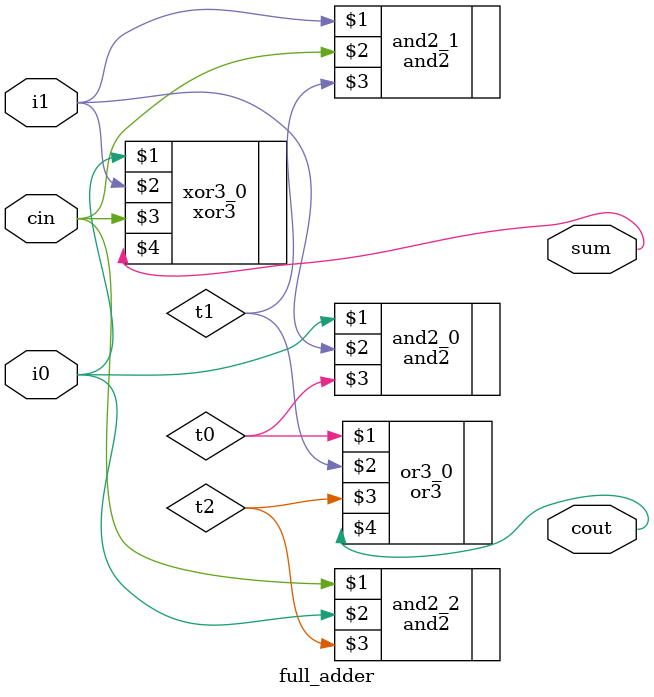
<source format=v>
module reg_file(input wire clk,reset,test,cout,input wire [15:0]sum,output wire
[15:0] prod);
 wire [15:0] t;
 assign prod=t; // read module
 write_module write_module_0(clk,reset,cout,sum,t); // write module
endmodule

module seq_mul (input wire clk,reset,test, input wire [7:0] Q, M,output wire
[15:0] prod);
 wire [15:0]sum;
 wire carry,cout;
 alu_slice alu_slice_0(test,prod,Q,sum,cout);
 reg_file reg_file_0(clk,reset,test,cout,sum,prod);
endmodule

module write_module(input wire clk,reset,cout, input wire [15:0] sum,output
[15:0] out);
 wire test = 1'b1;
 dfrl dfrl_0(clk,reset,test,sum[1],out[0]);
 dfrl dfrl_1(clk,reset,test,sum[2],out[1]);
 dfrl dfrl_2(clk,reset,test,sum[3],out[2]);
 dfrl dfrl_3(clk,reset,test,sum[4],out[3]);
 dfrl dfrl_4(clk,reset,test,sum[5],out[4]);
 dfrl dfrl_5(clk,reset,test,sum[6],out[5]);
 dfrl dfrl_6(clk,reset,test,sum[7],out[6]);
 dfrl dfrl_7(clk,reset,test,sum[8],out[7]);
 dfrl dfrl_8(clk,reset,test,sum[9],out[8]);
 dfrl dfrl_9(clk,reset,test,sum[10],out[9]);
 dfrl dfrl_10(clk,reset,test,sum[11],out[10]);
 dfrl dfrl_11(clk,reset,test,sum[12],out[11]);
 dfrl dfrl_12(clk,reset,test,sum[13],out[12]);
 dfrl dfrl_13(clk,reset,test,sum[14],out[13]);
 dfrl dfrl_14(clk,reset,test,sum[15],out[14]);
 dfrl dfrl_15(clk,reset,test,cout,out[15]);
endmodule

module alu_slice(input wire test,input wire[15:0] a,input wire[7:0] b1,output
wire [15:0] out,output wire carry);
 assign out[0] = a[0];
 assign out[1] = a[1];
 assign out[2] = a[2];
 assign out[3] = a[3];
 assign out[4] = a[4];
 assign out[5] = a[5];
 assign out[6] = a[6];
 assign out[7] = a[7];
 wire [7:0]b;
 and2 and2_1(test,b1[0],b[0]);
 and2 and2_2(test,b1[1],b[1]);
 and2 and2_3(test,b1[2],b[2]);
 and2 and2_4(test,b1[3],b[3]);
 and2 and2_5(test,b1[4],b[4]);
 and2 and2_6(test,b1[5],b[5]);
 and2 and2_7(test,b1[6],b[6]);
 and2 and2_8(test,b1[7],b[7]);
 wire [6:0] c; 
 full_adder full_adder_0(a[8],b[0],1'b0,out[8],c[0]);
 full_adder full_adder_1(a[9],b[1],c[0],out[9],c[1]);
 full_adder full_adder_2(a[10],b[2],c[1],out[10],c[2]);
 full_adder full_adder_3(a[11],b[3],c[2],out[11],c[3]);
 full_adder full_adder_4(a[12],b[4],c[3],out[12],c[4]);
 full_adder full_adder_5(a[13],b[5],c[4],out[13],c[5]);
 full_adder full_adder_6(a[14],b[6],c[5],out[14],c[6]);
 full_adder full_adder_7(a[15],b[7],c[6],out[15],carry);
endmodule

module full_adder (input wire i0, i1, cin, output wire sum, cout);
 wire t0, t1, t2;
 xor3 xor3_0 (i0, i1, cin, sum);
 and2 and2_0 (i0, i1, t0);
 and2 and2_1 (i1, cin, t1);
 and2 and2_2 (cin, i0, t2);
 or3 or3_0 (t0, t1, t2, cout);
endmodule
</source>
